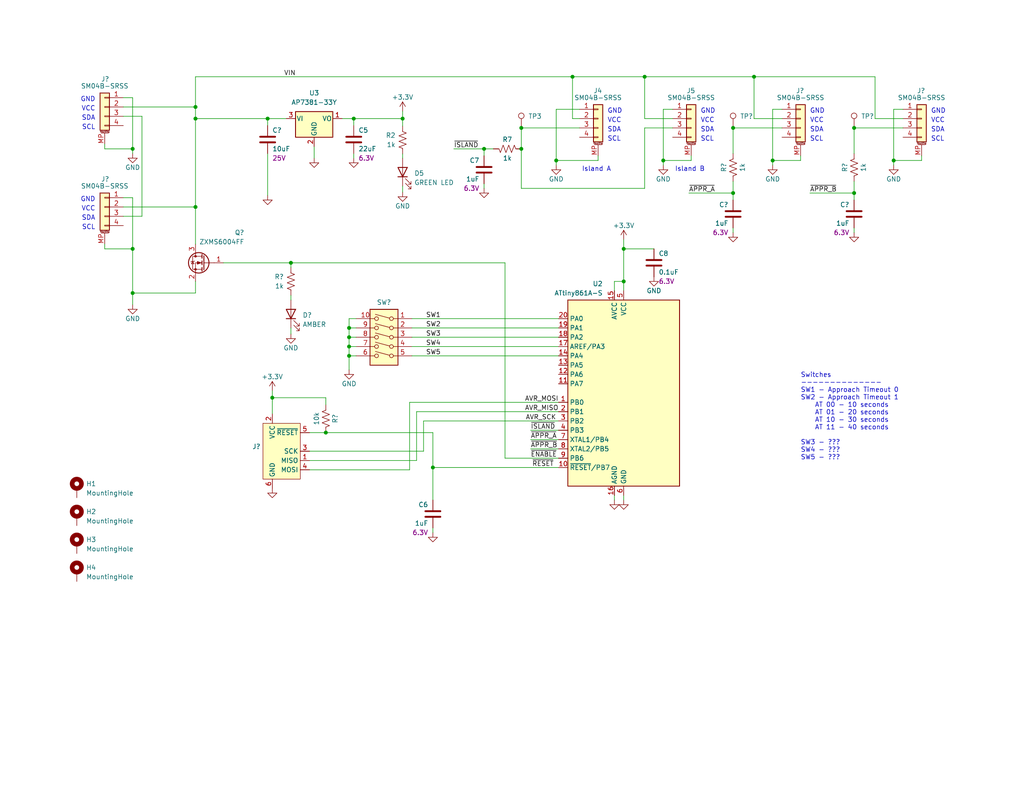
<source format=kicad_sch>
(kicad_sch (version 20211123) (generator eeschema)
  (paper "USLetter")
  (lib_symbols
    (symbol "Connector:TestPoint" (pin_numbers hide) (pin_names (offset 0.762) hide)
      (property "Reference" "TP" (at 0 6.858 0))
      (property "Value" "TestPoint" (at 0 5.08 0))
      (symbol "TestPoint_0_1"
        (circle (center 0 3.302) (radius 0.762))
      )
      (symbol "TestPoint_1_1"
        (pin passive line (at 0 0 90) (length 2.54) (name "1") (number "1"))
      )
    )
    (symbol "Connector_Generic_MountingPin:Conn_01x04_MountingPin" (pin_names (offset 1.016) hide)
      (property "Reference" "J" (at 0 5.08 0))
      (property "Value" "Conn_01x04_MountingPin" (at 1.27 -7.62 0))
      (symbol "Conn_01x04_MountingPin_1_1"
        (rectangle (start -1.27 -4.953) (end 0 -5.207) (stroke (width 0.1524)))
        (rectangle (start -1.27 -2.413) (end 0 -2.667) (stroke (width 0.1524)))
        (rectangle (start -1.27 0.127) (end 0 -0.127) (stroke (width 0.1524)))
        (rectangle (start -1.27 2.667) (end 0 2.413) (stroke (width 0.1524)))
        (rectangle (start -1.27 3.81) (end 1.27 -6.35) (stroke (width 0.254)) (fill (type background)))
        (polyline (pts (xy -1.016 -7.112) (xy 1.016 -7.112)) (stroke (width 0.1524)))
        (text "Mounting" (at 0 -6.731 0) (effects (font (size 0.381 0.381))))
        (pin passive line (at -5.08 2.54 0) (length 3.81) (name "Pin_1") (number "1"))
        (pin passive line (at -5.08 0 0) (length 3.81) (name "Pin_2") (number "2"))
        (pin passive line (at -5.08 -2.54 0) (length 3.81) (name "Pin_3") (number "3"))
        (pin passive line (at -5.08 -5.08 0) (length 3.81) (name "Pin_4") (number "4"))
        (pin passive line (at 0 -10.16 90) (length 3.048) (name "MountPin") (number "MP"))
      )
    )
    (symbol "Device:C" (pin_numbers hide) (pin_names (offset 0.254))
      (property "Reference" "C" (at 0.635 2.54 0))
      (property "Value" "C" (at 0.635 -2.54 0))
      (symbol "C_0_1"
        (polyline (pts (xy -2.032 -0.762) (xy 2.032 -0.762)) (stroke (width 0.508)))
        (polyline (pts (xy -2.032 0.762) (xy 2.032 0.762)) (stroke (width 0.508)))
      )
      (symbol "C_1_1"
        (pin passive line (at 0 3.81 270) (length 2.794) (name "~") (number "1"))
        (pin passive line (at 0 -3.81 90) (length 2.794) (name "~") (number "2"))
      )
    )
    (symbol "Device:LED" (pin_numbers hide) (pin_names (offset 1.016) hide)
      (property "Reference" "D" (at 0 2.54 0))
      (property "Value" "LED" (at 0 -2.54 0))
      (symbol "LED_0_1"
        (polyline (pts (xy -1.27 -1.27) (xy -1.27 1.27)) (stroke (width 0.254)))
        (polyline (pts (xy -1.27 0) (xy 1.27 0)))
        (polyline (pts (xy 1.27 -1.27) (xy 1.27 1.27) (xy -1.27 0) (xy 1.27 -1.27)) (stroke (width 0.254)))
        (polyline (pts (xy -3.048 -0.762) (xy -4.572 -2.286) (xy -3.81 -2.286) (xy -4.572 -2.286) (xy -4.572 -1.524)))
        (polyline (pts (xy -1.778 -0.762) (xy -3.302 -2.286) (xy -2.54 -2.286) (xy -3.302 -2.286) (xy -3.302 -1.524)))
      )
      (symbol "LED_1_1"
        (pin passive line (at -3.81 0 0) (length 2.54) (name "K") (number "1"))
        (pin passive line (at 3.81 0 180) (length 2.54) (name "A") (number "2"))
      )
    )
    (symbol "Device:R_US" (pin_numbers hide) (pin_names (offset 0))
      (property "Reference" "R" (at 2.54 0 90))
      (property "Value" "R_US" (at -2.54 0 90))
      (symbol "R_US_0_1"
        (polyline (pts (xy 0 -2.286) (xy 0 -2.54)))
        (polyline (pts (xy 0 2.286) (xy 0 2.54)))
        (polyline (pts (xy 0 -0.762) (xy 1.016 -1.143) (xy 0 -1.524) (xy -1.016 -1.905) (xy 0 -2.286)))
        (polyline (pts (xy 0 0.762) (xy 1.016 0.381) (xy 0 0) (xy -1.016 -0.381) (xy 0 -0.762)))
        (polyline (pts (xy 0 2.286) (xy 1.016 1.905) (xy 0 1.524) (xy -1.016 1.143) (xy 0 0.762)))
      )
      (symbol "R_US_1_1"
        (pin passive line (at 0 3.81 270) (length 1.27) (name "~") (number "1"))
        (pin passive line (at 0 -3.81 90) (length 1.27) (name "~") (number "2"))
      )
    )
    (symbol "ISE_Generic:Conn_AVR_TagConnect_TC2030" (in_bom no)
      (property "Reference" "J" (at 2.54 11.43 0))
      (property "Value" "Conn_AVR_TagConnect_TC2030" (at 5.08 8.89 0))
      (symbol "Conn_AVR_TagConnect_TC2030_0_0"
        (pin output line (at 7.62 -2.54 180) (length 2.54) (name "MISO") (number "1"))
        (pin power_in line (at -2.54 10.16 270) (length 2.54) (name "VCC") (number "2"))
        (pin input line (at 7.62 0 180) (length 2.54) (name "SCK") (number "3"))
        (pin input line (at 7.62 -5.08 180) (length 2.54) (name "MOSI") (number "4"))
        (pin open_collector line (at 7.62 5.08 180) (length 2.54) (name "~{RESET}") (number "5"))
        (pin power_in line (at -2.54 -10.16 90) (length 2.54) (name "GND") (number "6"))
      )
      (symbol "Conn_AVR_TagConnect_TC2030_0_1"
        (rectangle (start -5.08 7.62) (end 5.08 -7.62) (fill (type background)))
      )
    )
    (symbol "MCU_Microchip_ATtiny:ATtiny861A-S"
      (property "Reference" "U" (at -15.24 26.67 0))
      (property "Value" "ATtiny861A-S" (at 5.08 -26.67 0))
      (symbol "ATtiny861A-S_0_1"
        (rectangle (start -15.24 -25.4) (end 15.24 25.4) (stroke (width 0.254)) (fill (type background)))
      )
      (symbol "ATtiny861A-S_1_1"
        (pin bidirectional line (at 17.78 -2.54 180) (length 2.54) (name "PB0") (number "1"))
        (pin bidirectional line (at 17.78 -20.32 180) (length 2.54) (name "~{RESET}/PB7") (number "10"))
        (pin bidirectional line (at 17.78 2.54 180) (length 2.54) (name "PA7") (number "11"))
        (pin bidirectional line (at 17.78 5.08 180) (length 2.54) (name "PA6") (number "12"))
        (pin bidirectional line (at 17.78 7.62 180) (length 2.54) (name "PA5") (number "13"))
        (pin bidirectional line (at 17.78 10.16 180) (length 2.54) (name "PA4") (number "14"))
        (pin power_in line (at 2.54 27.94 270) (length 2.54) (name "AVCC") (number "15"))
        (pin power_in line (at 2.54 -27.94 90) (length 2.54) (name "AGND") (number "16"))
        (pin bidirectional line (at 17.78 12.7 180) (length 2.54) (name "AREF/PA3") (number "17"))
        (pin bidirectional line (at 17.78 15.24 180) (length 2.54) (name "PA2") (number "18"))
        (pin bidirectional line (at 17.78 17.78 180) (length 2.54) (name "PA1") (number "19"))
        (pin bidirectional line (at 17.78 -5.08 180) (length 2.54) (name "PB1") (number "2"))
        (pin bidirectional line (at 17.78 20.32 180) (length 2.54) (name "PA0") (number "20"))
        (pin bidirectional line (at 17.78 -7.62 180) (length 2.54) (name "PB2") (number "3"))
        (pin bidirectional line (at 17.78 -10.16 180) (length 2.54) (name "PB3") (number "4"))
        (pin power_in line (at 0 27.94 270) (length 2.54) (name "VCC") (number "5"))
        (pin power_in line (at 0 -27.94 90) (length 2.54) (name "GND") (number "6"))
        (pin bidirectional line (at 17.78 -12.7 180) (length 2.54) (name "XTAL1/PB4") (number "7"))
        (pin bidirectional line (at 17.78 -15.24 180) (length 2.54) (name "XTAL2/PB5") (number "8"))
        (pin bidirectional line (at 17.78 -17.78 180) (length 2.54) (name "PB6") (number "9"))
      )
    )
    (symbol "Mechanical:MountingHole_Pad" (pin_numbers hide) (pin_names (offset 1.016) hide)
      (property "Reference" "H" (at 0 6.35 0))
      (property "Value" "MountingHole_Pad" (at 0 4.445 0))
      (symbol "MountingHole_Pad_0_1"
        (circle (center 0 1.27) (radius 1.27) (stroke (width 1.27)))
      )
      (symbol "MountingHole_Pad_1_1"
        (pin input line (at 0 -2.54 90) (length 2.54) (name "1") (number "1"))
      )
    )
    (symbol "Regulator_Linear:AP7384-33Y" (pin_names (offset 0.254))
      (property "Reference" "U" (at -3.81 3.175 0))
      (property "Value" "AP7384-33Y" (at 0 3.175 0))
      (symbol "AP7384-33Y_0_1"
        (rectangle (start -5.08 1.905) (end 5.08 -5.08) (stroke (width 0.254)) (fill (type background)))
      )
      (symbol "AP7384-33Y_1_1"
        (pin power_out line (at 7.62 0 180) (length 2.54) (name "VO") (number "1"))
        (pin power_in line (at 0 -7.62 90) (length 2.54) (name "GND") (number "2"))
        (pin power_in line (at -7.62 0 0) (length 2.54) (name "VI") (number "3"))
      )
    )
    (symbol "Switch:SW_DIP_x05" (pin_names (offset 0) hide)
      (property "Reference" "SW" (at 0 8.89 0))
      (property "Value" "SW_DIP_x05" (at 0 -8.89 0))
      (symbol "SW_DIP_x05_0_0"
        (circle (center -2.032 -5.08) (radius 0.508))
        (circle (center -2.032 -2.54) (radius 0.508))
        (circle (center -2.032 0) (radius 0.508))
        (circle (center -2.032 2.54) (radius 0.508))
        (circle (center -2.032 5.08) (radius 0.508))
        (polyline (pts (xy -1.524 -4.9276) (xy 2.3622 -3.8862)))
        (polyline (pts (xy -1.524 -2.3876) (xy 2.3622 -1.3462)))
        (polyline (pts (xy -1.524 0.127) (xy 2.3622 1.1684)))
        (polyline (pts (xy -1.524 2.667) (xy 2.3622 3.7084)))
        (polyline (pts (xy -1.524 5.207) (xy 2.3622 6.2484)))
        (circle (center 2.032 -5.08) (radius 0.508))
        (circle (center 2.032 -2.54) (radius 0.508))
        (circle (center 2.032 0) (radius 0.508))
        (circle (center 2.032 2.54) (radius 0.508))
        (circle (center 2.032 5.08) (radius 0.508))
      )
      (symbol "SW_DIP_x05_0_1"
        (rectangle (start -3.81 7.62) (end 3.81 -7.62) (stroke (width 0.254)) (fill (type background)))
      )
      (symbol "SW_DIP_x05_1_1"
        (pin passive line (at -7.62 5.08 0) (length 5.08) (name "~") (number "1"))
        (pin passive line (at 7.62 5.08 180) (length 5.08) (name "~") (number "10"))
        (pin passive line (at -7.62 2.54 0) (length 5.08) (name "~") (number "2"))
        (pin passive line (at -7.62 0 0) (length 5.08) (name "~") (number "3"))
        (pin passive line (at -7.62 -2.54 0) (length 5.08) (name "~") (number "4"))
        (pin passive line (at -7.62 -5.08 0) (length 5.08) (name "~") (number "5"))
        (pin passive line (at 7.62 -5.08 180) (length 5.08) (name "~") (number "6"))
        (pin passive line (at 7.62 -2.54 180) (length 5.08) (name "~") (number "7"))
        (pin passive line (at 7.62 0 180) (length 5.08) (name "~") (number "8"))
        (pin passive line (at 7.62 2.54 180) (length 5.08) (name "~") (number "9"))
      )
    )
    (symbol "Transistor_FET:ZXM61N02F" (pin_names hide)
      (property "Reference" "Q" (at 5.08 1.905 0))
      (property "Value" "ZXM61N02F" (at 5.08 0 0))
      (symbol "ZXM61N02F_0_1"
        (polyline (pts (xy 0.254 0) (xy -2.54 0)))
        (polyline (pts (xy 0.254 1.905) (xy 0.254 -1.905)) (stroke (width 0.254)))
        (polyline (pts (xy 0.762 -1.27) (xy 0.762 -2.286)) (stroke (width 0.254)))
        (polyline (pts (xy 0.762 0.508) (xy 0.762 -0.508)) (stroke (width 0.254)))
        (polyline (pts (xy 0.762 2.286) (xy 0.762 1.27)) (stroke (width 0.254)))
        (polyline (pts (xy 2.54 2.54) (xy 2.54 1.778)))
        (polyline (pts (xy 2.54 -2.54) (xy 2.54 0) (xy 0.762 0)))
        (polyline (pts (xy 0.762 -1.778) (xy 3.302 -1.778) (xy 3.302 1.778) (xy 0.762 1.778)))
        (polyline (pts (xy 1.016 0) (xy 2.032 0.381) (xy 2.032 -0.381) (xy 1.016 0)) (fill (type outline)))
        (polyline (pts (xy 2.794 0.508) (xy 2.921 0.381) (xy 3.683 0.381) (xy 3.81 0.254)))
        (polyline (pts (xy 3.302 0.381) (xy 2.921 -0.254) (xy 3.683 -0.254) (xy 3.302 0.381)))
        (circle (center 1.651 0) (radius 2.794) (stroke (width 0.254)))
        (circle (center 2.54 -1.778) (radius 0.254) (fill (type outline)))
        (circle (center 2.54 1.778) (radius 0.254) (fill (type outline)))
      )
      (symbol "ZXM61N02F_1_1"
        (pin input line (at -5.08 0 0) (length 2.54) (name "G") (number "1"))
        (pin passive line (at 2.54 -5.08 90) (length 2.54) (name "S") (number "2"))
        (pin passive line (at 2.54 5.08 270) (length 2.54) (name "D") (number "3"))
      )
    )
    (symbol "power:+3.3V" (power) (pin_names (offset 0))
      (property "Value" "+3.3V" (at 0 3.556 0))
      (symbol "+3.3V_0_1"
        (polyline (pts (xy -0.762 1.27) (xy 0 2.54)))
        (polyline (pts (xy 0 0) (xy 0 2.54)))
        (polyline (pts (xy 0 2.54) (xy 0.762 1.27)))
      )
      (symbol "+3.3V_1_1"
        (pin power_in line (at 0 0 90) (length 0) hide (name "+3.3V") (number "1"))
      )
    )
    (symbol "power:GND" (power) (pin_names (offset 0))
      (property "Value" "GND" (at 0 -3.81 0))
      (symbol "GND_0_1"
        (polyline (pts (xy 0 0) (xy 0 -1.27) (xy 1.27 -1.27) (xy 0 -2.54) (xy -1.27 -1.27) (xy 0 -1.27)))
      )
      (symbol "GND_1_1"
        (pin power_in line (at 0 0 270) (length 0) hide (name "GND") (number "1"))
      )
    )
  )
  (junction (at 205.74 20.955))
  (junction (at 210.82 43.815))
  (junction (at 36.195 80.01))
  (junction (at 88.9 118.11))
  (junction (at 74.295 108.585))
  (junction (at 36.195 40.64))
  (junction (at 170.18 67.945))
  (junction (at 53.34 56.515))
  (junction (at 142.24 40.64))
  (junction (at 132.08 40.64))
  (junction (at 95.25 89.535))
  (junction (at 142.24 34.925))
  (junction (at 156.21 20.955))
  (junction (at 243.84 43.815))
  (junction (at 95.25 94.615))
  (junction (at 200.025 34.925))
  (junction (at 53.34 29.21))
  (junction (at 151.765 43.815))
  (junction (at 200.025 52.705))
  (junction (at 233.045 34.925))
  (junction (at 73.025 32.385))
  (junction (at 180.975 43.815))
  (junction (at 170.18 76.835))
  (junction (at 175.895 20.955))
  (junction (at 233.045 52.705))
  (junction (at 96.52 32.385))
  (junction (at 79.375 71.755))
  (junction (at 53.34 32.385))
  (junction (at 109.855 32.385))
  (junction (at 36.195 67.945))
  (junction (at 118.11 127.635))
  (junction (at 95.25 97.155))
  (junction (at 95.25 92.075))
  (wire (pts (xy 112.395 97.155) (xy 152.4 97.155)))
  (wire (pts (xy 170.18 76.835) (xy 170.18 79.375)))
  (wire (pts (xy 233.045 63.5) (xy 233.045 62.23)))
  (wire (pts (xy 188.595 43.815) (xy 180.975 43.815)))
  (wire (pts (xy 28.575 40.64) (xy 36.195 40.64)))
  (wire (pts (xy 112.395 89.535) (xy 152.4 89.535)))
  (wire (pts (xy 210.82 29.845) (xy 213.36 29.845)))
  (wire (pts (xy 96.52 43.18) (xy 96.52 41.91)))
  (wire (pts (xy 180.975 45.085) (xy 180.975 43.815)))
  (wire (pts (xy 38.735 59.055) (xy 33.655 59.055)))
  (wire (pts (xy 151.765 43.815) (xy 151.765 45.085)))
  (wire (pts (xy 33.655 56.515) (xy 53.34 56.515)))
  (wire (pts (xy 152.4 112.395) (xy 113.665 112.395)))
  (wire (pts (xy 36.195 67.945) (xy 36.195 53.975)))
  (wire (pts (xy 28.575 66.675) (xy 28.575 67.945)))
  (wire (pts (xy 118.11 118.11) (xy 118.11 127.635)))
  (wire (pts (xy 167.64 136.525) (xy 167.64 135.255)))
  (wire (pts (xy 137.795 71.755) (xy 137.795 125.095)))
  (wire (pts (xy 33.655 29.21) (xy 53.34 29.21)))
  (wire (pts (xy 156.21 32.385) (xy 158.115 32.385)))
  (wire (pts (xy 36.195 53.975) (xy 33.655 53.975)))
  (wire (pts (xy 238.76 20.955) (xy 238.76 32.385)))
  (wire (pts (xy 205.74 32.385) (xy 213.36 32.385)))
  (wire (pts (xy 118.11 127.635) (xy 152.4 127.635)))
  (wire (pts (xy 178.435 67.945) (xy 170.18 67.945)))
  (wire (pts (xy 74.295 106.68) (xy 74.295 108.585)))
  (wire (pts (xy 200.025 41.91) (xy 200.025 34.925)))
  (wire (pts (xy 79.375 80.645) (xy 79.375 81.915)))
  (wire (pts (xy 115.57 123.19) (xy 115.57 114.935)))
  (wire (pts (xy 156.21 20.955) (xy 175.895 20.955)))
  (wire (pts (xy 53.34 56.515) (xy 53.34 66.675)))
  (wire (pts (xy 84.455 123.19) (xy 115.57 123.19)))
  (wire (pts (xy 95.25 86.995) (xy 95.25 89.535)))
  (wire (pts (xy 151.765 29.845) (xy 158.115 29.845)))
  (wire (pts (xy 36.195 40.64) (xy 36.195 26.67)))
  (wire (pts (xy 28.575 67.945) (xy 36.195 67.945)))
  (wire (pts (xy 53.34 32.385) (xy 73.025 32.385)))
  (wire (pts (xy 170.18 65.405) (xy 170.18 67.945)))
  (wire (pts (xy 112.395 86.995) (xy 152.4 86.995)))
  (wire (pts (xy 183.515 34.925) (xy 175.895 34.925)))
  (wire (pts (xy 36.195 26.67) (xy 33.655 26.67)))
  (wire (pts (xy 53.34 32.385) (xy 53.34 56.515)))
  (wire (pts (xy 95.25 92.075) (xy 95.25 94.615)))
  (wire (pts (xy 88.9 118.11) (xy 84.455 118.11)))
  (wire (pts (xy 97.155 86.995) (xy 95.25 86.995)))
  (wire (pts (xy 233.045 54.61) (xy 233.045 52.705)))
  (wire (pts (xy 95.25 94.615) (xy 95.25 97.155)))
  (wire (pts (xy 109.855 32.385) (xy 109.855 34.417)))
  (wire (pts (xy 210.82 43.815) (xy 210.82 29.845)))
  (wire (pts (xy 132.08 40.64) (xy 134.62 40.64)))
  (wire (pts (xy 151.765 43.815) (xy 151.765 29.845)))
  (wire (pts (xy 142.24 34.925) (xy 142.24 40.64)))
  (wire (pts (xy 205.74 20.955) (xy 238.76 20.955)))
  (wire (pts (xy 109.855 50.8) (xy 109.855 52.451)))
  (wire (pts (xy 152.4 117.475) (xy 144.78 117.475)))
  (wire (pts (xy 85.725 43.18) (xy 85.725 40.005)))
  (wire (pts (xy 137.795 125.095) (xy 152.4 125.095)))
  (wire (pts (xy 243.84 43.815) (xy 243.84 29.845)))
  (wire (pts (xy 175.895 20.955) (xy 205.74 20.955)))
  (wire (pts (xy 38.735 31.75) (xy 38.735 59.055)))
  (wire (pts (xy 79.375 71.755) (xy 79.375 73.025)))
  (wire (pts (xy 200.025 63.5) (xy 200.025 62.23)))
  (wire (pts (xy 158.115 34.925) (xy 142.24 34.925)))
  (wire (pts (xy 97.155 92.075) (xy 95.25 92.075)))
  (wire (pts (xy 73.025 32.385) (xy 78.105 32.385)))
  (wire (pts (xy 53.34 32.385) (xy 53.34 29.21)))
  (wire (pts (xy 95.25 97.155) (xy 95.25 100.965)))
  (wire (pts (xy 88.9 110.49) (xy 88.9 108.585)))
  (wire (pts (xy 200.025 49.53) (xy 200.025 52.705)))
  (wire (pts (xy 73.025 41.91) (xy 73.025 53.34)))
  (wire (pts (xy 53.34 80.01) (xy 36.195 80.01)))
  (wire (pts (xy 36.195 83.185) (xy 36.195 80.01)))
  (wire (pts (xy 132.08 51.435) (xy 132.08 50.165)))
  (wire (pts (xy 96.52 32.385) (xy 109.855 32.385)))
  (wire (pts (xy 132.08 40.64) (xy 123.825 40.64)))
  (wire (pts (xy 218.44 42.545) (xy 218.44 43.815)))
  (wire (pts (xy 97.155 94.615) (xy 95.25 94.615)))
  (wire (pts (xy 251.46 43.815) (xy 243.84 43.815)))
  (wire (pts (xy 88.9 118.11) (xy 118.11 118.11)))
  (wire (pts (xy 74.295 108.585) (xy 74.295 113.03)))
  (wire (pts (xy 142.24 51.435) (xy 175.895 51.435)))
  (wire (pts (xy 144.78 120.015) (xy 152.4 120.015)))
  (wire (pts (xy 60.96 71.755) (xy 79.375 71.755)))
  (wire (pts (xy 36.195 80.01) (xy 36.195 67.945)))
  (wire (pts (xy 175.895 32.385) (xy 183.515 32.385)))
  (wire (pts (xy 233.045 52.705) (xy 220.98 52.705)))
  (wire (pts (xy 205.74 20.955) (xy 205.74 32.385)))
  (wire (pts (xy 53.34 76.835) (xy 53.34 80.01)))
  (wire (pts (xy 112.395 92.075) (xy 152.4 92.075)))
  (wire (pts (xy 175.895 20.955) (xy 175.895 32.385)))
  (wire (pts (xy 79.375 89.535) (xy 79.375 91.186)))
  (wire (pts (xy 180.975 43.815) (xy 180.975 29.845)))
  (wire (pts (xy 251.46 42.545) (xy 251.46 43.815)))
  (wire (pts (xy 53.34 20.955) (xy 156.21 20.955)))
  (wire (pts (xy 180.975 29.845) (xy 183.515 29.845)))
  (wire (pts (xy 152.4 114.935) (xy 115.57 114.935)))
  (wire (pts (xy 238.76 32.385) (xy 246.38 32.385)))
  (wire (pts (xy 152.4 109.855) (xy 111.76 109.855)))
  (wire (pts (xy 243.84 29.845) (xy 246.38 29.845)))
  (wire (pts (xy 79.375 71.755) (xy 137.795 71.755)))
  (wire (pts (xy 163.195 42.545) (xy 163.195 43.815)))
  (wire (pts (xy 96.52 34.29) (xy 96.52 32.385)))
  (wire (pts (xy 188.595 42.545) (xy 188.595 43.815)))
  (wire (pts (xy 118.11 145.415) (xy 118.11 144.145)))
  (wire (pts (xy 84.455 128.27) (xy 111.76 128.27)))
  (wire (pts (xy 73.025 34.29) (xy 73.025 32.385)))
  (wire (pts (xy 95.25 89.535) (xy 95.25 92.075)))
  (wire (pts (xy 200.025 52.705) (xy 187.96 52.705)))
  (wire (pts (xy 156.21 20.955) (xy 156.21 32.385)))
  (wire (pts (xy 33.655 31.75) (xy 38.735 31.75)))
  (wire (pts (xy 144.78 122.555) (xy 152.4 122.555)))
  (wire (pts (xy 170.18 136.525) (xy 170.18 135.255)))
  (wire (pts (xy 88.9 108.585) (xy 74.295 108.585)))
  (wire (pts (xy 111.76 128.27) (xy 111.76 109.855)))
  (wire (pts (xy 233.045 41.91) (xy 233.045 34.925)))
  (wire (pts (xy 233.045 49.53) (xy 233.045 52.705)))
  (wire (pts (xy 118.11 136.525) (xy 118.11 127.635)))
  (wire (pts (xy 112.395 94.615) (xy 152.4 94.615)))
  (wire (pts (xy 28.575 39.37) (xy 28.575 40.64)))
  (wire (pts (xy 175.895 51.435) (xy 175.895 34.925)))
  (wire (pts (xy 84.455 125.73) (xy 113.665 125.73)))
  (wire (pts (xy 170.18 67.945) (xy 170.18 76.835)))
  (wire (pts (xy 109.855 42.037) (xy 109.855 43.18)))
  (wire (pts (xy 151.765 43.815) (xy 163.195 43.815)))
  (wire (pts (xy 113.665 125.73) (xy 113.665 112.395)))
  (wire (pts (xy 218.44 43.815) (xy 210.82 43.815)))
  (wire (pts (xy 200.025 54.61) (xy 200.025 52.705)))
  (wire (pts (xy 97.155 89.535) (xy 95.25 89.535)))
  (wire (pts (xy 96.52 32.385) (xy 93.345 32.385)))
  (wire (pts (xy 132.08 42.545) (xy 132.08 40.64)))
  (wire (pts (xy 233.045 34.925) (xy 246.38 34.925)))
  (wire (pts (xy 53.34 29.21) (xy 53.34 20.955)))
  (wire (pts (xy 97.155 97.155) (xy 95.25 97.155)))
  (wire (pts (xy 200.025 34.925) (xy 213.36 34.925)))
  (wire (pts (xy 167.64 79.375) (xy 167.64 76.835)))
  (wire (pts (xy 36.195 41.91) (xy 36.195 40.64)))
  (wire (pts (xy 210.82 45.085) (xy 210.82 43.815)))
  (wire (pts (xy 167.64 76.835) (xy 170.18 76.835)))
  (wire (pts (xy 243.84 45.085) (xy 243.84 43.815)))
  (wire (pts (xy 109.855 30.353) (xy 109.855 32.385)))
  (wire (pts (xy 142.24 40.64) (xy 142.24 51.435)))
  (text "GND" (at 26.035 55.245 180) (effects (font (size 1.27 1.27)) (justify right bottom)))
  (text "SDA" (at 26.035 60.325 180) (effects (font (size 1.27 1.27)) (justify right bottom)))
  (text "SDA" (at 220.98 36.195 0) (effects (font (size 1.27 1.27)) (justify left bottom)))
  (text "GND" (at 165.735 31.115 0) (effects (font (size 1.27 1.27)) (justify left bottom)))
  (text "GND" (at 254 31.115 0) (effects (font (size 1.27 1.27)) (justify left bottom)))
  (text "SCL" (at 26.035 62.865 180) (effects (font (size 1.27 1.27)) (justify right bottom)))
  (text "Island B" (at 184.15 46.99 0) (effects (font (size 1.27 1.27)) (justify left bottom)))
  (text "SDA" (at 165.735 36.195 0) (effects (font (size 1.27 1.27)) (justify left bottom)))
  (text "VCC" (at 26.035 30.48 180) (effects (font (size 1.27 1.27)) (justify right bottom)))
  (text "Island A" (at 158.75 46.99 0) (effects (font (size 1.27 1.27)) (justify left bottom)))
  (text "VCC" (at 165.735 33.655 0) (effects (font (size 1.27 1.27)) (justify left bottom)))
  (text "SDA" (at 26.035 33.02 180) (effects (font (size 1.27 1.27)) (justify right bottom)))
  (text "SCL" (at 220.98 38.735 0) (effects (font (size 1.27 1.27)) (justify left bottom)))
  (text "Switches\n--------------\nSW1 - Approach Timeout 0\nSW2 - Approach Timeout 1\n    AT 00 - 10 seconds\n    AT 01 - 20 seconds\n    AT 10 - 30 seconds\n    AT 11 - 40 seconds\n\nSW3 - ???\nSW4 - ???\nSW5 - ???\n" (at 218.44 125.73 0) (effects (font (size 1.27 1.27)) (justify left bottom)))
  (text "VCC" (at 220.98 33.655 0) (effects (font (size 1.27 1.27)) (justify left bottom)))
  (text "VCC" (at 254 33.655 0) (effects (font (size 1.27 1.27)) (justify left bottom)))
  (text "SCL" (at 191.135 38.735 0) (effects (font (size 1.27 1.27)) (justify left bottom)))
  (text "SCL" (at 165.735 38.735 0) (effects (font (size 1.27 1.27)) (justify left bottom)))
  (text "GND" (at 220.98 31.115 0) (effects (font (size 1.27 1.27)) (justify left bottom)))
  (text "SDA" (at 254 36.195 0) (effects (font (size 1.27 1.27)) (justify left bottom)))
  (text "GND" (at 26.035 27.94 180) (effects (font (size 1.27 1.27)) (justify right bottom)))
  (text "GND" (at 191.135 31.115 0) (effects (font (size 1.27 1.27)) (justify left bottom)))
  (text "SCL" (at 254 38.735 0) (effects (font (size 1.27 1.27)) (justify left bottom)))
  (text "VCC" (at 191.135 33.655 0) (effects (font (size 1.27 1.27)) (justify left bottom)))
  (text "SDA" (at 191.135 36.195 0) (effects (font (size 1.27 1.27)) (justify left bottom)))
  (text "SCL" (at 26.035 35.56 180) (effects (font (size 1.27 1.27)) (justify right bottom)))
  (text "VCC" (at 26.035 57.785 180) (effects (font (size 1.27 1.27)) (justify right bottom)))
  (label "~{APPR_A}" (at 144.78 120.015 0))
  (label "SW4" (at 116.205 94.615 0))
  (label "AVR_MISO" (at 152.4 112.395 180))
  (label "~{RESET}" (at 151.13 127.635 180))
  (label "AVR_MOSI" (at 152.4 109.855 180))
  (label "~{ENABLE}" (at 144.78 125.095 0))
  (label "~{APPR_B}" (at 144.78 122.555 0))
  (label "AVR_SCK" (at 151.765 114.935 180))
  (label "~{APPR_A}" (at 187.96 52.705 0))
  (label "VIN" (at 77.47 20.955 0))
  (label "~{ISLAND}" (at 123.825 40.64 0))
  (label "~{ISLAND}" (at 144.78 117.475 0))
  (label "SW2" (at 116.205 89.535 0))
  (label "~{APPR_B}" (at 220.98 52.705 0))
  (label "SW3" (at 116.205 92.075 0))
  (label "SW5" (at 116.205 97.155 0))
  (label "SW1" (at 116.205 86.995 0))
  (symbol (lib_id "power:GND") (at 36.195 41.91 0) (unit 1)
    (property "Reference" "#PWR?" (effects hide))
    (property "Value" "GND" (at 36.195 45.72 0))
  )
  (symbol (lib_id "Transistor_FET:ZXM61N02F") (at 55.88 71.755 0) (mirror y) (unit 1)
    (property "Reference" "Q?" (at 66.675 63.5 0) (effects (justify left)))
    (property "Value" "ZXMS6004FF" (at 66.675 66.04 0) (effects (justify left)))
    (property "Footprint" "Package_TO_SOT_SMD:SOT-23" (effects hide))
    (property "Datasheet" "http://www.diodes.com/assets/Datasheets/ZXM61N02F.pdf" (effects hide))
  )
  (symbol (lib_id "Device:R_US") (at 233.045 45.72 0) (mirror y) (unit 1)
    (property "Reference" "R?" (at 230.505 45.72 90))
    (property "Value" "1k" (at 235.585 45.72 90))
    (property "Footprint" "Resistor_SMD:R_0805_2012Metric" (effects hide))
  )
  (symbol (lib_id "Device:R_US") (at 200.025 45.72 0) (mirror y) (unit 1)
    (property "Reference" "R?" (at 197.485 45.72 90))
    (property "Value" "1k" (at 202.565 45.72 90))
    (property "Footprint" "Resistor_SMD:R_0805_2012Metric" (effects hide))
  )
  (symbol (lib_id "Device:R_US") (at 109.855 38.227 180) (unit 1)
    (property "Reference" "R2" (at 107.95 36.957 0) (effects (justify left)))
    (property "Value" "1k" (at 107.95 39.497 0) (effects (justify left)))
    (property "Footprint" "Resistor_SMD:R_0805_2012Metric" (effects hide))
  )
  (symbol (lib_id "Connector:TestPoint") (at 233.045 34.925 0) (unit 1)
    (property "Reference" "TP?" (at 234.95 31.75 0) (effects (justify left)))
    (property "Value" "TestPoint" (effects hide))
    (property "Footprint" "TestPoint:TestPoint_Pad_D2.0mm" (effects hide))
  )
  (symbol (lib_id "power:+3.3V") (at 109.855 30.353 0) (unit 1)
    (property "Reference" "#PWR012" (effects hide))
    (property "Value" "+3.3V" (at 109.855 26.543 0))
  )
  (symbol (lib_id "Device:C") (at 132.08 46.355 0) (mirror y) (unit 1)
    (property "Reference" "C7" (at 130.81 43.815 0) (effects (justify left)))
    (property "Value" "1uF" (at 130.81 48.895 0) (effects (justify left)))
    (property "Footprint" "Capacitor_SMD:C_0805_2012Metric" (effects hide))
    (property "Voltage" "6.3V" (at 130.81 51.435 0) (effects (justify left)))
  )
  (symbol (lib_id "power:GND") (at 74.295 133.35 0) (mirror y) (unit 1)
    (property "Reference" "#PWR?" (effects hide))
    (property "Value" "GND" (effects hide))
  )
  (symbol (lib_id "power:GND") (at 109.855 52.451 0) (unit 1)
    (property "Reference" "#PWR013" (effects hide))
    (property "Value" "GND" (at 109.855 56.261 0))
  )
  (symbol (lib_id "Switch:SW_DIP_x05") (at 104.775 92.075 0) (mirror y) (unit 1)
    (property "Reference" "SW?" (at 104.775 82.55 0))
    (property "Value" "SW_DIP_x05" (effects hide))
    (property "Footprint" "ISE_UltraLibrarian:CST_219SMT" (effects hide))
  )
  (symbol (lib_id "power:GND") (at 178.435 75.565 0) (mirror y) (unit 1)
    (property "Reference" "#PWR030" (effects hide))
    (property "Value" "GND" (at 178.435 79.375 0))
  )
  (symbol (lib_id "Connector_Generic_MountingPin:Conn_01x04_MountingPin") (at 251.46 32.385 0) (unit 1)
    (property "Reference" "J?" (at 250.19 24.765 0) (effects (justify left)))
    (property "Value" "SM04B-SRSS" (at 251.46 26.67 0))
    (property "Footprint" "Connector_JST:JST_SH_SM04B-SRSS-TB_1x04-1MP_P1.00mm_Horizontal" (effects hide))
  )
  (symbol (lib_id "Device:LED") (at 109.855 46.99 90) (unit 1)
    (property "Reference" "D5" (at 113.03 47.3074 90) (effects (justify right)))
    (property "Value" "GREEN LED" (at 113.03 49.8474 90) (effects (justify right)))
    (property "Footprint" "LED_SMD:LED_0805_2012Metric" (effects hide))
  )
  (symbol (lib_id "Device:C") (at 96.52 38.1 0) (unit 1)
    (property "Reference" "C5" (at 97.79 35.56 0) (effects (justify left)))
    (property "Value" "22uF" (at 97.79 40.64 0) (effects (justify left)))
    (property "Footprint" "Capacitor_SMD:C_0805_2012Metric" (effects hide))
    (property "Voltage" "6.3V" (at 97.79 43.18 0) (effects (justify left)))
  )
  (symbol (lib_id "Connector_Generic_MountingPin:Conn_01x04_MountingPin") (at 163.195 32.385 0) (unit 1)
    (property "Reference" "J4" (at 161.925 24.765 0) (effects (justify left)))
    (property "Value" "SM04B-SRSS" (at 163.195 26.67 0))
    (property "Footprint" "Connector_JST:JST_SH_SM04B-SRSS-TB_1x04-1MP_P1.00mm_Horizontal" (effects hide))
  )
  (symbol (lib_id "Mechanical:MountingHole_Pad") (at 20.955 140.97 0) (unit 1)
    (property "Reference" "H2" (at 23.495 139.6999 0) (effects (justify left)))
    (property "Value" "MountingHole" (at 23.495 142.2399 0) (effects (justify left)))
    (property "Footprint" "MountingHole:MountingHole_3.2mm_M3_Pad" (effects hide))
  )
  (symbol (lib_id "Mechanical:MountingHole_Pad") (at 20.955 133.35 0) (unit 1)
    (property "Reference" "H1" (at 23.495 132.0799 0) (effects (justify left)))
    (property "Value" "MountingHole" (at 23.495 134.6199 0) (effects (justify left)))
    (property "Footprint" "MountingHole:MountingHole_3.2mm_M3_Pad" (effects hide))
  )
  (symbol (lib_id "MCU_Microchip_ATtiny:ATtiny861A-S") (at 170.18 107.315 0) (mirror y) (unit 1)
    (property "Reference" "U2" (at 164.465 77.47 0) (effects (justify left)))
    (property "Value" "ATtiny861A-S" (at 164.465 80.01 0) (effects (justify left)))
    (property "Footprint" "Package_SO:SOIC-20W_7.5x12.8mm_P1.27mm" (effects hide))
    (property "Datasheet" "http://ww1.microchip.com/downloads/en/DeviceDoc/doc8197.pdf" (effects hide))
  )
  (symbol (lib_id "power:GND") (at 95.25 100.965 0) (mirror y) (unit 1)
    (property "Reference" "#PWR?" (effects hide))
    (property "Value" "GND" (at 95.25 104.775 0))
  )
  (symbol (lib_id "power:GND") (at 73.025 53.34 0) (unit 1)
    (property "Reference" "#PWR05" (effects hide))
    (property "Value" "GND" (effects hide))
  )
  (symbol (lib_id "Device:C") (at 73.025 38.1 0) (unit 1)
    (property "Reference" "C?" (at 74.295 35.56 0) (effects (justify left)))
    (property "Value" "10uF" (at 74.295 40.64 0) (effects (justify left)))
    (property "Footprint" "Capacitor_SMD:C_0805_2012Metric" (effects hide))
    (property "Voltage" "25V" (at 74.295 43.18 0) (effects (justify left)))
  )
  (symbol (lib_id "Device:C") (at 233.045 58.42 0) (mirror y) (unit 1)
    (property "Reference" "C?" (at 231.775 55.88 0) (effects (justify left)))
    (property "Value" "1uF" (at 231.775 60.96 0) (effects (justify left)))
    (property "Footprint" "Capacitor_SMD:C_0805_2012Metric" (effects hide))
    (property "Voltage" "6.3V" (at 231.775 63.5 0) (effects (justify left)))
  )
  (symbol (lib_id "power:GND") (at 200.025 63.5 0) (mirror y) (unit 1)
    (property "Reference" "#PWR?" (effects hide))
    (property "Value" "GND" (effects hide))
  )
  (symbol (lib_id "ISE_Generic:Conn_AVR_TagConnect_TC2030") (at 76.835 123.19 0) (unit 1) (in_bom no)
    (property "Reference" "J?" (at 71.12 121.9199 0) (effects (justify right)))
    (property "Value" "Conn_AVR_TagConnect_TC2030" (effects hide))
    (property "Footprint" "Connector:Tag-Connect_TC2030-IDC-NL_2x03_P1.27mm_Vertical" (effects hide))
    (property "Datasheet" "https://www.tag-connect.com/wp-content/uploads/bsk-pdf-manager/TC2030-CTX_1.pdf" (effects hide))
  )
  (symbol (lib_id "Mechanical:MountingHole_Pad") (at 20.955 148.59 0) (unit 1)
    (property "Reference" "H3" (at 23.495 147.3199 0) (effects (justify left)))
    (property "Value" "MountingHole" (at 23.495 149.8599 0) (effects (justify left)))
    (property "Footprint" "MountingHole:MountingHole_3.2mm_M3_Pad" (effects hide))
  )
  (symbol (lib_id "Mechanical:MountingHole_Pad") (at 20.955 156.21 0) (unit 1)
    (property "Reference" "H4" (at 23.495 154.9399 0) (effects (justify left)))
    (property "Value" "MountingHole" (at 23.495 157.4799 0) (effects (justify left)))
    (property "Footprint" "MountingHole:MountingHole_3.2mm_M3_Pad" (effects hide))
  )
  (symbol (lib_id "Device:LED") (at 79.375 85.725 90) (unit 1)
    (property "Reference" "D?" (at 82.55 86.0424 90) (effects (justify right)))
    (property "Value" "AMBER" (at 82.55 88.5824 90) (effects (justify right)))
    (property "Footprint" "LED_SMD:LED_0805_2012Metric" (effects hide))
  )
  (symbol (lib_id "Connector:TestPoint") (at 142.24 34.925 0) (unit 1)
    (property "Reference" "TP3" (at 144.145 31.75 0) (effects (justify left)))
    (property "Value" "TestPoint" (effects hide))
    (property "Footprint" "TestPoint:TestPoint_Pad_D2.0mm" (effects hide))
  )
  (symbol (lib_id "power:GND") (at 118.11 145.415 0) (mirror y) (unit 1)
    (property "Reference" "#PWR018" (effects hide))
    (property "Value" "GND" (effects hide))
  )
  (symbol (lib_id "Connector_Generic_MountingPin:Conn_01x04_MountingPin") (at 28.575 29.21 0) (mirror y) (unit 1)
    (property "Reference" "J?" (at 29.845 21.59 0) (effects (justify left)))
    (property "Value" "SM04B-SRSS" (at 28.575 23.495 0))
    (property "Footprint" "Connector_JST:JST_SH_SM04B-SRSS-TB_1x04-1MP_P1.00mm_Horizontal" (effects hide))
  )
  (symbol (lib_id "power:GND") (at 85.725 43.18 0) (unit 1)
    (property "Reference" "#PWR09" (effects hide))
    (property "Value" "GND" (effects hide))
  )
  (symbol (lib_id "power:GND") (at 210.82 45.085 0) (mirror y) (unit 1)
    (property "Reference" "#PWR?" (effects hide))
    (property "Value" "GND" (at 210.82 48.895 0))
  )
  (symbol (lib_id "power:GND") (at 170.18 136.525 0) (mirror y) (unit 1)
    (property "Reference" "#PWR07" (effects hide))
    (property "Value" "GND" (effects hide))
  )
  (symbol (lib_id "Connector_Generic_MountingPin:Conn_01x04_MountingPin") (at 188.595 32.385 0) (unit 1)
    (property "Reference" "J5" (at 187.325 24.765 0) (effects (justify left)))
    (property "Value" "SM04B-SRSS" (at 188.595 26.67 0))
    (property "Footprint" "Connector_JST:JST_SH_SM04B-SRSS-TB_1x04-1MP_P1.00mm_Horizontal" (effects hide))
  )
  (symbol (lib_id "Connector_Generic_MountingPin:Conn_01x04_MountingPin") (at 28.575 56.515 0) (mirror y) (unit 1)
    (property "Reference" "J?" (at 29.845 48.895 0) (effects (justify left)))
    (property "Value" "SM04B-SRSS" (at 28.575 50.8 0))
    (property "Footprint" "Connector_JST:JST_SH_SM04B-SRSS-TB_1x04-1MP_P1.00mm_Horizontal" (effects hide))
  )
  (symbol (lib_id "Device:C") (at 200.025 58.42 0) (mirror y) (unit 1)
    (property "Reference" "C?" (at 198.755 55.88 0) (effects (justify left)))
    (property "Value" "1uF" (at 198.755 60.96 0) (effects (justify left)))
    (property "Footprint" "Capacitor_SMD:C_0805_2012Metric" (effects hide))
    (property "Voltage" "6.3V" (at 198.755 63.5 0) (effects (justify left)))
  )
  (symbol (lib_id "power:GND") (at 233.045 63.5 0) (mirror y) (unit 1)
    (property "Reference" "#PWR?" (effects hide))
    (property "Value" "GND" (effects hide))
  )
  (symbol (lib_id "power:+3.3V") (at 170.18 65.405 0) (mirror y) (unit 1)
    (property "Reference" "#PWR06" (effects hide))
    (property "Value" "+3.3V" (at 170.18 61.595 0))
  )
  (symbol (lib_id "Device:R_US") (at 138.43 40.64 270) (mirror x) (unit 1)
    (property "Reference" "R7" (at 138.43 38.1 90))
    (property "Value" "1k" (at 138.43 43.18 90))
    (property "Footprint" "Resistor_SMD:R_0805_2012Metric" (effects hide))
  )
  (symbol (lib_id "Regulator_Linear:AP7384-33Y") (at 85.725 32.385 0) (unit 1)
    (property "Reference" "U3" (at 85.725 25.4 0))
    (property "Value" "AP7381-33Y" (at 85.725 27.94 0))
    (property "Footprint" "ISE_Generic:SOT-89-3" (effects hide))
    (property "Datasheet" "https://www.diodes.com/assets/Datasheets/AP7384.pdf" (effects hide))
  )
  (symbol (lib_id "power:GND") (at 243.84 45.085 0) (mirror y) (unit 1)
    (property "Reference" "#PWR?" (effects hide))
    (property "Value" "GND" (at 243.84 48.895 0))
  )
  (symbol (lib_id "Device:C") (at 118.11 140.335 0) (mirror y) (unit 1)
    (property "Reference" "C6" (at 116.84 137.795 0) (effects (justify left)))
    (property "Value" "1uF" (at 116.84 142.875 0) (effects (justify left)))
    (property "Footprint" "Capacitor_SMD:C_0805_2012Metric" (effects hide))
    (property "Voltage" "6.3V" (at 116.84 145.415 0) (effects (justify left)))
  )
  (symbol (lib_id "power:GND") (at 79.375 91.186 0) (unit 1)
    (property "Reference" "#PWR?" (effects hide))
    (property "Value" "GND" (at 79.375 94.996 0))
  )
  (symbol (lib_id "power:GND") (at 36.195 83.185 0) (unit 1)
    (property "Reference" "#PWR?" (effects hide))
    (property "Value" "GND" (at 36.195 86.995 0))
  )
  (symbol (lib_id "Device:C") (at 178.435 71.755 0) (unit 1)
    (property "Reference" "C8" (at 179.705 69.215 0) (effects (justify left)))
    (property "Value" "0.1uF" (at 179.705 74.295 0) (effects (justify left)))
    (property "Footprint" "Capacitor_SMD:C_0805_2012Metric" (effects hide))
    (property "Voltage" "6.3V" (at 179.705 76.835 0) (effects (justify left)))
  )
  (symbol (lib_id "power:GND") (at 132.08 51.435 0) (mirror y) (unit 1)
    (property "Reference" "#PWR019" (effects hide))
    (property "Value" "GND" (effects hide))
  )
  (symbol (lib_id "power:GND") (at 180.975 45.085 0) (mirror y) (unit 1)
    (property "Reference" "#PWR023" (effects hide))
    (property "Value" "GND" (at 180.975 48.895 0))
  )
  (symbol (lib_id "Connector_Generic_MountingPin:Conn_01x04_MountingPin") (at 218.44 32.385 0) (unit 1)
    (property "Reference" "J?" (at 217.17 24.765 0) (effects (justify left)))
    (property "Value" "SM04B-SRSS" (at 218.44 26.67 0))
    (property "Footprint" "Connector_JST:JST_SH_SM04B-SRSS-TB_1x04-1MP_P1.00mm_Horizontal" (effects hide))
  )
  (symbol (lib_id "Connector:TestPoint") (at 200.025 34.925 0) (unit 1)
    (property "Reference" "TP?" (at 201.93 31.75 0) (effects (justify left)))
    (property "Value" "TestPoint" (effects hide))
    (property "Footprint" "TestPoint:TestPoint_Pad_D2.0mm" (effects hide))
  )
  (symbol (lib_id "Device:R_US") (at 79.375 76.835 180) (unit 1)
    (property "Reference" "R?" (at 77.47 75.565 0) (effects (justify left)))
    (property "Value" "1k" (at 77.47 78.105 0) (effects (justify left)))
    (property "Footprint" "Resistor_SMD:R_0805_2012Metric" (effects hide))
  )
  (symbol (lib_id "power:+3.3V") (at 74.295 106.68 0) (mirror y) (unit 1)
    (property "Reference" "#PWR020" (effects hide))
    (property "Value" "+3.3V" (at 74.295 102.87 0))
  )
  (symbol (lib_id "power:GND") (at 96.52 43.18 0) (unit 1)
    (property "Reference" "#PWR011" (effects hide))
    (property "Value" "GND" (effects hide))
  )
  (symbol (lib_id "power:GND") (at 151.765 45.085 0) (mirror y) (unit 1)
    (property "Reference" "#PWR022" (effects hide))
    (property "Value" "GND" (at 151.765 48.895 0))
  )
  (symbol (lib_id "Device:R_US") (at 88.9 114.3 0) (mirror x) (unit 1)
    (property "Reference" "R?" (at 91.44 114.3 90))
    (property "Value" "10k" (at 86.36 114.3 90))
    (property "Footprint" "Resistor_SMD:R_0805_2012Metric" (effects hide))
  )
  (symbol (lib_id "power:GND") (at 167.64 136.525 0) (mirror y) (unit 1)
    (property "Reference" "#PWR08" (effects hide))
    (property "Value" "GND" (effects hide))
  )
)
</source>
